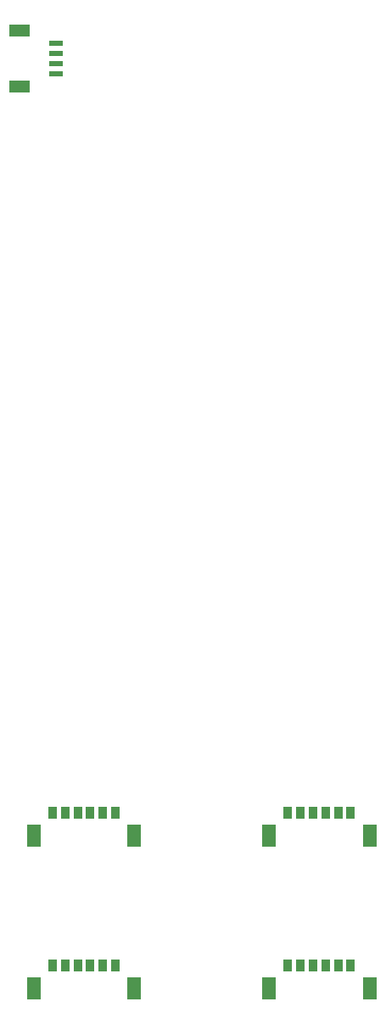
<source format=gbr>
%TF.GenerationSoftware,KiCad,Pcbnew,9.0.3*%
%TF.CreationDate,2025-09-08T11:07:08-04:00*%
%TF.ProjectId,HMS Olfactometer,484d5320-4f6c-4666-9163-746f6d657465,4.1*%
%TF.SameCoordinates,Original*%
%TF.FileFunction,Paste,Top*%
%TF.FilePolarity,Positive*%
%FSLAX46Y46*%
G04 Gerber Fmt 4.6, Leading zero omitted, Abs format (unit mm)*
G04 Created by KiCad (PCBNEW 9.0.3) date 2025-09-08 11:07:08*
%MOMM*%
%LPD*%
G01*
G04 APERTURE LIST*
%ADD10R,0.838200X1.295400*%
%ADD11R,1.397000X2.260600*%
%ADD12R,1.348740X0.599440*%
%ADD13R,1.998980X1.198880*%
G04 APERTURE END LIST*
D10*
%TO.C,J19*%
X68634999Y-149165399D03*
X67384999Y-149165399D03*
X66134999Y-149165399D03*
X64884999Y-149165399D03*
X63634999Y-149165399D03*
X62384999Y-149165399D03*
D11*
X70535000Y-151460398D03*
X60484998Y-151460398D03*
%TD*%
D10*
%TO.C,J18*%
X68634999Y-133925399D03*
X67384999Y-133925399D03*
X66134999Y-133925399D03*
X64884999Y-133925399D03*
X63634999Y-133925399D03*
X62384999Y-133925399D03*
D11*
X70535000Y-136220398D03*
X60484998Y-136220398D03*
%TD*%
D12*
%TO.C,J25*%
X39232840Y-57180480D03*
X39232840Y-58181240D03*
X39232840Y-59176920D03*
X39232840Y-60177680D03*
D13*
X35560000Y-61478160D03*
X35560000Y-55880000D03*
%TD*%
D10*
%TO.C,J16*%
X45157001Y-133925399D03*
X43907001Y-133925399D03*
X42657001Y-133925399D03*
X41407001Y-133925399D03*
X40157001Y-133925399D03*
X38907001Y-133925399D03*
D11*
X47057002Y-136220398D03*
X37007000Y-136220398D03*
%TD*%
D10*
%TO.C,J17*%
X45157001Y-149165399D03*
X43907001Y-149165399D03*
X42657001Y-149165399D03*
X41407001Y-149165399D03*
X40157001Y-149165399D03*
X38907001Y-149165399D03*
D11*
X47057002Y-151460398D03*
X37007000Y-151460398D03*
%TD*%
M02*

</source>
